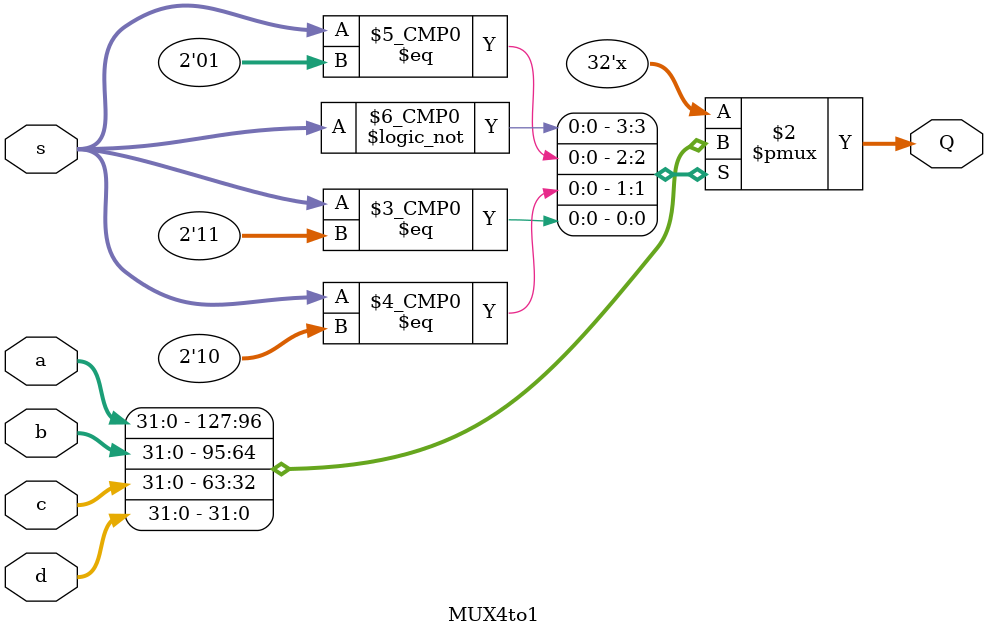
<source format=v>
module MUX4to1(a, b, c, d, s, Q);
	input [31:0] a, b, c, d;
    input [1:0] s;
    output reg [31:0] Q;

    always@(s, a, b, c, d)begin
        Q = 0;
        case(s)
            2'd0: Q = a;
            2'd1: Q = b;
            2'd2: Q = c;
            2'd3: Q = d;
        endcase
    end

endmodule

</source>
